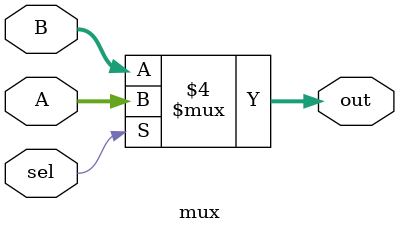
<source format=v>
`timescale 1ns / 1ps


module mux(input sel, input[3:0]A, input[3:0]B, output reg [3:0]out);
always@(sel,A,B)
begin
if(sel==1'b1)
    out=A;
    else 
    out=B;
end    
endmodule

</source>
